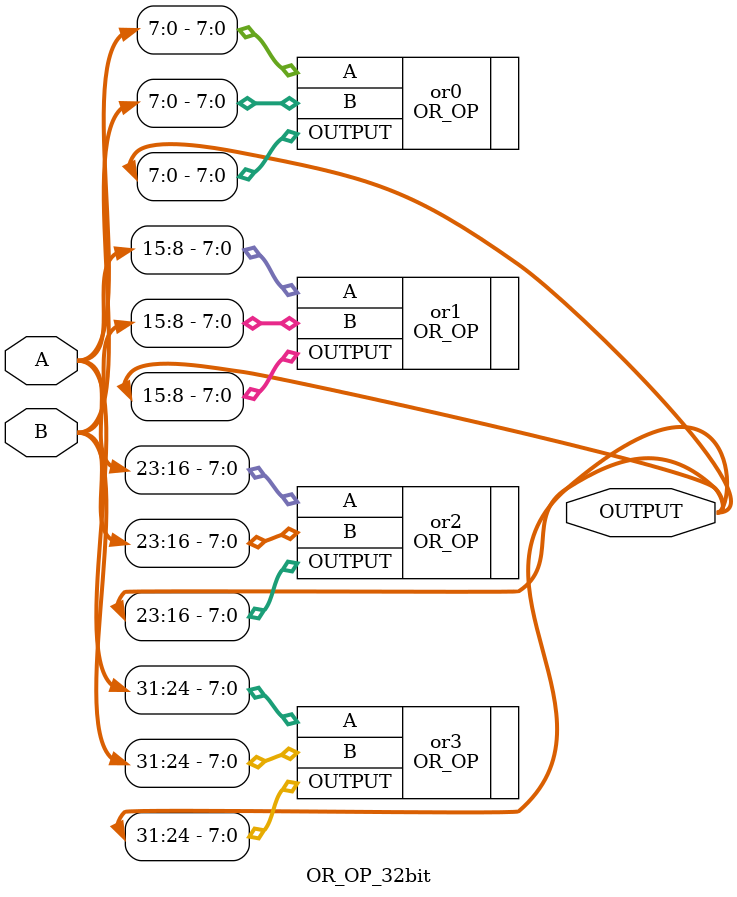
<source format=v>
`timescale 1ns / 1ps

module OR_OP_32bit(
    input [31:0] A,
    input [31:0] B,
    output [31:0] OUTPUT
);
    // Instantiate four 8-bit OR_OP modules
    OR_OP or0 (.A(A[7:0]),   .B(B[7:0]),   .OUTPUT(OUTPUT[7:0]));
    OR_OP or1 (.A(A[15:8]),  .B(B[15:8]),  .OUTPUT(OUTPUT[15:8]));
    OR_OP or2 (.A(A[23:16]), .B(B[23:16]), .OUTPUT(OUTPUT[23:16]));
    OR_OP or3 (.A(A[31:24]), .B(B[31:24]), .OUTPUT(OUTPUT[31:24]));

endmodule

</source>
